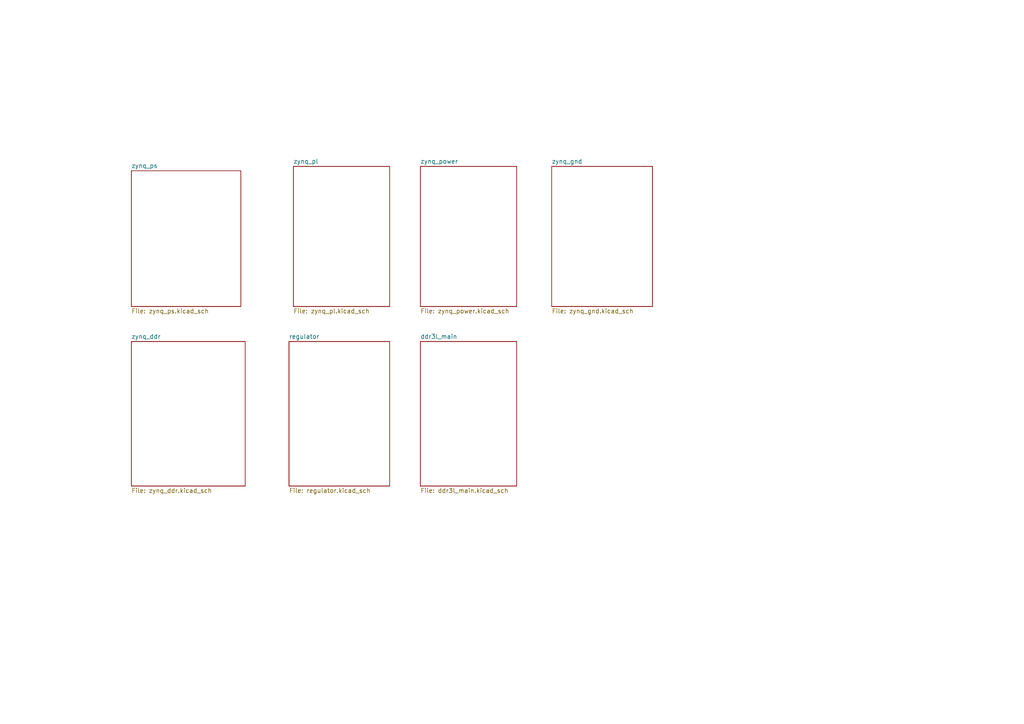
<source format=kicad_sch>
(kicad_sch
	(version 20231120)
	(generator "eeschema")
	(generator_version "8.0")
	(uuid "006caa78-17ed-4ca3-959e-671c147c0629")
	(paper "A4")
	(lib_symbols)
	(sheet
		(at 38.1 49.53)
		(size 31.75 39.37)
		(fields_autoplaced yes)
		(stroke
			(width 0)
			(type solid)
		)
		(fill
			(color 0 0 0 0.0000)
		)
		(uuid "00000000-0000-0000-0000-0000675d3f2f")
		(property "Sheetname" "zynq_ps"
			(at 38.1 48.8184 0)
			(effects
				(font
					(size 1.27 1.27)
				)
				(justify left bottom)
			)
		)
		(property "Sheetfile" "zynq_ps.kicad_sch"
			(at 38.1 89.4846 0)
			(effects
				(font
					(size 1.27 1.27)
				)
				(justify left top)
			)
		)
		(instances
			(project "Simple_SDR"
				(path "/006caa78-17ed-4ca3-959e-671c147c0629"
					(page "2")
				)
			)
		)
	)
	(sheet
		(at 85.09 48.26)
		(size 27.94 40.64)
		(fields_autoplaced yes)
		(stroke
			(width 0)
			(type solid)
		)
		(fill
			(color 0 0 0 0.0000)
		)
		(uuid "00000000-0000-0000-0000-0000675d3fd9")
		(property "Sheetname" "zynq_pl"
			(at 85.09 47.5484 0)
			(effects
				(font
					(size 1.27 1.27)
				)
				(justify left bottom)
			)
		)
		(property "Sheetfile" "zynq_pl.kicad_sch"
			(at 85.09 89.4846 0)
			(effects
				(font
					(size 1.27 1.27)
				)
				(justify left top)
			)
		)
		(instances
			(project "Simple_SDR"
				(path "/006caa78-17ed-4ca3-959e-671c147c0629"
					(page "5")
				)
			)
		)
	)
	(sheet
		(at 121.92 48.26)
		(size 27.94 40.64)
		(fields_autoplaced yes)
		(stroke
			(width 0)
			(type solid)
		)
		(fill
			(color 0 0 0 0.0000)
		)
		(uuid "00000000-0000-0000-0000-0000675d410d")
		(property "Sheetname" "zynq_power"
			(at 121.92 47.5484 0)
			(effects
				(font
					(size 1.27 1.27)
				)
				(justify left bottom)
			)
		)
		(property "Sheetfile" "zynq_power.kicad_sch"
			(at 121.92 89.4846 0)
			(effects
				(font
					(size 1.27 1.27)
				)
				(justify left top)
			)
		)
		(instances
			(project "Simple_SDR"
				(path "/006caa78-17ed-4ca3-959e-671c147c0629"
					(page "6")
				)
			)
		)
	)
	(sheet
		(at 83.82 99.06)
		(size 29.21 41.91)
		(fields_autoplaced yes)
		(stroke
			(width 0)
			(type solid)
		)
		(fill
			(color 0 0 0 0.0000)
		)
		(uuid "00000000-0000-0000-0000-0000675f00e9")
		(property "Sheetname" "regulator"
			(at 83.82 98.3484 0)
			(effects
				(font
					(size 1.27 1.27)
				)
				(justify left bottom)
			)
		)
		(property "Sheetfile" "regulator.kicad_sch"
			(at 83.82 141.5546 0)
			(effects
				(font
					(size 1.27 1.27)
				)
				(justify left top)
			)
		)
		(instances
			(project "Simple_SDR"
				(path "/006caa78-17ed-4ca3-959e-671c147c0629"
					(page "4")
				)
			)
		)
	)
	(sheet
		(at 38.1 99.06)
		(size 33.02 41.91)
		(fields_autoplaced yes)
		(stroke
			(width 0)
			(type solid)
		)
		(fill
			(color 0 0 0 0.0000)
		)
		(uuid "00000000-0000-0000-0000-0000675f2d5c")
		(property "Sheetname" "zynq_ddr"
			(at 38.1 98.3484 0)
			(effects
				(font
					(size 1.27 1.27)
				)
				(justify left bottom)
			)
		)
		(property "Sheetfile" "zynq_ddr.kicad_sch"
			(at 38.1 141.5546 0)
			(effects
				(font
					(size 1.27 1.27)
				)
				(justify left top)
			)
		)
		(instances
			(project "Simple_SDR"
				(path "/006caa78-17ed-4ca3-959e-671c147c0629"
					(page "3")
				)
			)
		)
	)
	(sheet
		(at 160.02 48.26)
		(size 29.21 40.64)
		(fields_autoplaced yes)
		(stroke
			(width 0)
			(type solid)
		)
		(fill
			(color 0 0 0 0.0000)
		)
		(uuid "00000000-0000-0000-0000-0000675f31b2")
		(property "Sheetname" "zynq_gnd"
			(at 160.02 47.5484 0)
			(effects
				(font
					(size 1.27 1.27)
				)
				(justify left bottom)
			)
		)
		(property "Sheetfile" "zynq_gnd.kicad_sch"
			(at 160.02 89.4846 0)
			(effects
				(font
					(size 1.27 1.27)
				)
				(justify left top)
			)
		)
		(instances
			(project "Simple_SDR"
				(path "/006caa78-17ed-4ca3-959e-671c147c0629"
					(page "8")
				)
			)
		)
	)
	(sheet
		(at 121.92 99.06)
		(size 27.94 41.91)
		(fields_autoplaced yes)
		(stroke
			(width 0)
			(type solid)
		)
		(fill
			(color 0 0 0 0.0000)
		)
		(uuid "00000000-0000-0000-0000-0000675f7864")
		(property "Sheetname" "ddr3l_main"
			(at 121.92 98.3484 0)
			(effects
				(font
					(size 1.27 1.27)
				)
				(justify left bottom)
			)
		)
		(property "Sheetfile" "ddr3l_main.kicad_sch"
			(at 121.92 141.5546 0)
			(effects
				(font
					(size 1.27 1.27)
				)
				(justify left top)
			)
		)
		(instances
			(project "Simple_SDR"
				(path "/006caa78-17ed-4ca3-959e-671c147c0629"
					(page "7")
				)
			)
		)
	)
	(sheet_instances
		(path "/"
			(page "1")
		)
	)
)

</source>
